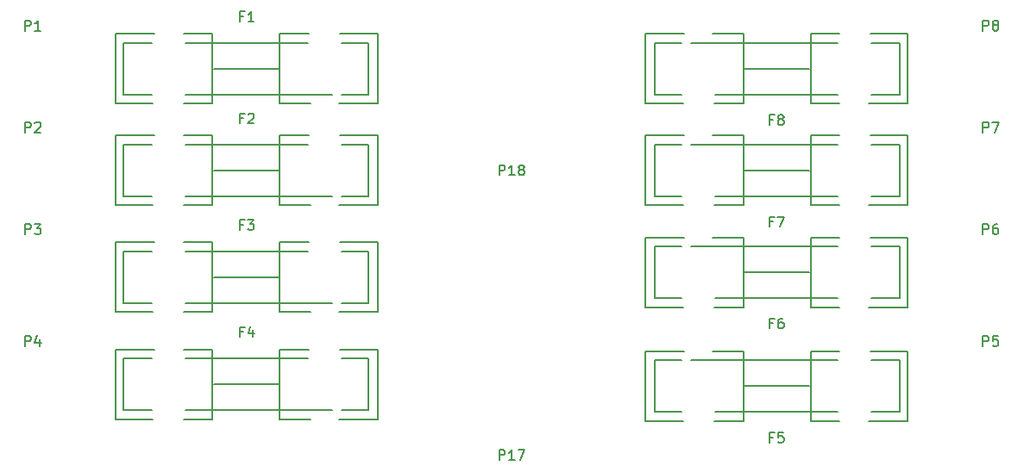
<source format=gbr>
G04 #@! TF.FileFunction,Legend,Top*
%FSLAX46Y46*%
G04 Gerber Fmt 4.6, Leading zero omitted, Abs format (unit mm)*
G04 Created by KiCad (PCBNEW 4.0.6-e0-6349~53~ubuntu16.04.1) date Sun Aug 13 20:05:00 2017*
%MOMM*%
%LPD*%
G01*
G04 APERTURE LIST*
%ADD10C,0.100000*%
%ADD11C,0.150000*%
G04 APERTURE END LIST*
D10*
D11*
X80251200Y-125000000D02*
X73748800Y-125000000D01*
X89867640Y-128429000D02*
X86057640Y-128429000D01*
X80215640Y-128429000D02*
X83263640Y-128429000D01*
X82715000Y-127540000D02*
X85382000Y-127540000D01*
X88978640Y-127540000D02*
X86311640Y-127540000D01*
X80215640Y-122460000D02*
X83009640Y-122460000D01*
X88976100Y-122460000D02*
X86309100Y-122460000D01*
X89867640Y-121571000D02*
X86184640Y-121571000D01*
X80215640Y-121571000D02*
X83136640Y-121571000D01*
X64132360Y-128429000D02*
X67815360Y-128429000D01*
X73657360Y-128429000D02*
X70863360Y-128429000D01*
X71117360Y-127540000D02*
X70990360Y-127540000D01*
X71117360Y-127540000D02*
X73657360Y-127540000D01*
X64894360Y-127540000D02*
X67688360Y-127540000D01*
X64132360Y-121571000D02*
X67942360Y-121571000D01*
X73657360Y-121571000D02*
X70863360Y-121571000D01*
X73657360Y-122460000D02*
X70990360Y-122460000D01*
X64894360Y-122460000D02*
X67688360Y-122460000D01*
X89867640Y-121571000D02*
X89867640Y-128429000D01*
X80215640Y-128429000D02*
X80215640Y-127540000D01*
X80215640Y-121571000D02*
X80215640Y-122460000D01*
X64132360Y-121571000D02*
X64132360Y-128429000D01*
X73657360Y-128429000D02*
X73657360Y-127540000D01*
X73657360Y-121571000D02*
X73657360Y-122587000D01*
X82715000Y-127540000D02*
X71031000Y-127540000D01*
X71158000Y-122460000D02*
X82715000Y-122460000D01*
X73657360Y-125000000D02*
X73657360Y-122460000D01*
X64896900Y-122460000D02*
X64896900Y-127540000D01*
X73657360Y-127540000D02*
X73657360Y-125000000D01*
X80215640Y-125000000D02*
X80215640Y-122460000D01*
X88976100Y-122460000D02*
X88976100Y-127540000D01*
X80215640Y-127540000D02*
X80215640Y-125000000D01*
X80251200Y-135000000D02*
X73748800Y-135000000D01*
X89867640Y-138429000D02*
X86057640Y-138429000D01*
X80215640Y-138429000D02*
X83263640Y-138429000D01*
X82715000Y-137540000D02*
X85382000Y-137540000D01*
X88978640Y-137540000D02*
X86311640Y-137540000D01*
X80215640Y-132460000D02*
X83009640Y-132460000D01*
X88976100Y-132460000D02*
X86309100Y-132460000D01*
X89867640Y-131571000D02*
X86184640Y-131571000D01*
X80215640Y-131571000D02*
X83136640Y-131571000D01*
X64132360Y-138429000D02*
X67815360Y-138429000D01*
X73657360Y-138429000D02*
X70863360Y-138429000D01*
X71117360Y-137540000D02*
X70990360Y-137540000D01*
X71117360Y-137540000D02*
X73657360Y-137540000D01*
X64894360Y-137540000D02*
X67688360Y-137540000D01*
X64132360Y-131571000D02*
X67942360Y-131571000D01*
X73657360Y-131571000D02*
X70863360Y-131571000D01*
X73657360Y-132460000D02*
X70990360Y-132460000D01*
X64894360Y-132460000D02*
X67688360Y-132460000D01*
X89867640Y-131571000D02*
X89867640Y-138429000D01*
X80215640Y-138429000D02*
X80215640Y-137540000D01*
X80215640Y-131571000D02*
X80215640Y-132460000D01*
X64132360Y-131571000D02*
X64132360Y-138429000D01*
X73657360Y-138429000D02*
X73657360Y-137540000D01*
X73657360Y-131571000D02*
X73657360Y-132587000D01*
X82715000Y-137540000D02*
X71031000Y-137540000D01*
X71158000Y-132460000D02*
X82715000Y-132460000D01*
X73657360Y-135000000D02*
X73657360Y-132460000D01*
X64896900Y-132460000D02*
X64896900Y-137540000D01*
X73657360Y-137540000D02*
X73657360Y-135000000D01*
X80215640Y-135000000D02*
X80215640Y-132460000D01*
X88976100Y-132460000D02*
X88976100Y-137540000D01*
X80215640Y-137540000D02*
X80215640Y-135000000D01*
X80251200Y-145460000D02*
X73748800Y-145460000D01*
X89867640Y-148889000D02*
X86057640Y-148889000D01*
X80215640Y-148889000D02*
X83263640Y-148889000D01*
X82715000Y-148000000D02*
X85382000Y-148000000D01*
X88978640Y-148000000D02*
X86311640Y-148000000D01*
X80215640Y-142920000D02*
X83009640Y-142920000D01*
X88976100Y-142920000D02*
X86309100Y-142920000D01*
X89867640Y-142031000D02*
X86184640Y-142031000D01*
X80215640Y-142031000D02*
X83136640Y-142031000D01*
X64132360Y-148889000D02*
X67815360Y-148889000D01*
X73657360Y-148889000D02*
X70863360Y-148889000D01*
X71117360Y-148000000D02*
X70990360Y-148000000D01*
X71117360Y-148000000D02*
X73657360Y-148000000D01*
X64894360Y-148000000D02*
X67688360Y-148000000D01*
X64132360Y-142031000D02*
X67942360Y-142031000D01*
X73657360Y-142031000D02*
X70863360Y-142031000D01*
X73657360Y-142920000D02*
X70990360Y-142920000D01*
X64894360Y-142920000D02*
X67688360Y-142920000D01*
X89867640Y-142031000D02*
X89867640Y-148889000D01*
X80215640Y-148889000D02*
X80215640Y-148000000D01*
X80215640Y-142031000D02*
X80215640Y-142920000D01*
X64132360Y-142031000D02*
X64132360Y-148889000D01*
X73657360Y-148889000D02*
X73657360Y-148000000D01*
X73657360Y-142031000D02*
X73657360Y-143047000D01*
X82715000Y-148000000D02*
X71031000Y-148000000D01*
X71158000Y-142920000D02*
X82715000Y-142920000D01*
X73657360Y-145460000D02*
X73657360Y-142920000D01*
X64896900Y-142920000D02*
X64896900Y-148000000D01*
X73657360Y-148000000D02*
X73657360Y-145460000D01*
X80215640Y-145460000D02*
X80215640Y-142920000D01*
X88976100Y-142920000D02*
X88976100Y-148000000D01*
X80215640Y-148000000D02*
X80215640Y-145460000D01*
X80251200Y-156000000D02*
X73748800Y-156000000D01*
X89867640Y-159429000D02*
X86057640Y-159429000D01*
X80215640Y-159429000D02*
X83263640Y-159429000D01*
X82715000Y-158540000D02*
X85382000Y-158540000D01*
X88978640Y-158540000D02*
X86311640Y-158540000D01*
X80215640Y-153460000D02*
X83009640Y-153460000D01*
X88976100Y-153460000D02*
X86309100Y-153460000D01*
X89867640Y-152571000D02*
X86184640Y-152571000D01*
X80215640Y-152571000D02*
X83136640Y-152571000D01*
X64132360Y-159429000D02*
X67815360Y-159429000D01*
X73657360Y-159429000D02*
X70863360Y-159429000D01*
X71117360Y-158540000D02*
X70990360Y-158540000D01*
X71117360Y-158540000D02*
X73657360Y-158540000D01*
X64894360Y-158540000D02*
X67688360Y-158540000D01*
X64132360Y-152571000D02*
X67942360Y-152571000D01*
X73657360Y-152571000D02*
X70863360Y-152571000D01*
X73657360Y-153460000D02*
X70990360Y-153460000D01*
X64894360Y-153460000D02*
X67688360Y-153460000D01*
X89867640Y-152571000D02*
X89867640Y-159429000D01*
X80215640Y-159429000D02*
X80215640Y-158540000D01*
X80215640Y-152571000D02*
X80215640Y-153460000D01*
X64132360Y-152571000D02*
X64132360Y-159429000D01*
X73657360Y-159429000D02*
X73657360Y-158540000D01*
X73657360Y-152571000D02*
X73657360Y-153587000D01*
X82715000Y-158540000D02*
X71031000Y-158540000D01*
X71158000Y-153460000D02*
X82715000Y-153460000D01*
X73657360Y-156000000D02*
X73657360Y-153460000D01*
X64896900Y-153460000D02*
X64896900Y-158540000D01*
X73657360Y-158540000D02*
X73657360Y-156000000D01*
X80215640Y-156000000D02*
X80215640Y-153460000D01*
X88976100Y-153460000D02*
X88976100Y-158540000D01*
X80215640Y-158540000D02*
X80215640Y-156000000D01*
X125748800Y-156197300D02*
X132251200Y-156197300D01*
X116132360Y-152768300D02*
X119942360Y-152768300D01*
X125784360Y-152768300D02*
X122736360Y-152768300D01*
X123285000Y-153657300D02*
X120618000Y-153657300D01*
X117021360Y-153657300D02*
X119688360Y-153657300D01*
X125784360Y-158737300D02*
X122990360Y-158737300D01*
X117023900Y-158737300D02*
X119690900Y-158737300D01*
X116132360Y-159626300D02*
X119815360Y-159626300D01*
X125784360Y-159626300D02*
X122863360Y-159626300D01*
X141867640Y-152768300D02*
X138184640Y-152768300D01*
X132342640Y-152768300D02*
X135136640Y-152768300D01*
X134882640Y-153657300D02*
X135009640Y-153657300D01*
X134882640Y-153657300D02*
X132342640Y-153657300D01*
X141105640Y-153657300D02*
X138311640Y-153657300D01*
X141867640Y-159626300D02*
X138057640Y-159626300D01*
X132342640Y-159626300D02*
X135136640Y-159626300D01*
X132342640Y-158737300D02*
X135009640Y-158737300D01*
X141105640Y-158737300D02*
X138311640Y-158737300D01*
X116132360Y-159626300D02*
X116132360Y-152768300D01*
X125784360Y-152768300D02*
X125784360Y-153657300D01*
X125784360Y-159626300D02*
X125784360Y-158737300D01*
X141867640Y-159626300D02*
X141867640Y-152768300D01*
X132342640Y-152768300D02*
X132342640Y-153657300D01*
X132342640Y-159626300D02*
X132342640Y-158610300D01*
X123285000Y-153657300D02*
X134969000Y-153657300D01*
X134842000Y-158737300D02*
X123285000Y-158737300D01*
X132342640Y-156197300D02*
X132342640Y-158737300D01*
X141103100Y-158737300D02*
X141103100Y-153657300D01*
X132342640Y-153657300D02*
X132342640Y-156197300D01*
X125784360Y-156197300D02*
X125784360Y-158737300D01*
X117023900Y-158737300D02*
X117023900Y-153657300D01*
X125784360Y-153657300D02*
X125784360Y-156197300D01*
X125748800Y-145000000D02*
X132251200Y-145000000D01*
X116132360Y-141571000D02*
X119942360Y-141571000D01*
X125784360Y-141571000D02*
X122736360Y-141571000D01*
X123285000Y-142460000D02*
X120618000Y-142460000D01*
X117021360Y-142460000D02*
X119688360Y-142460000D01*
X125784360Y-147540000D02*
X122990360Y-147540000D01*
X117023900Y-147540000D02*
X119690900Y-147540000D01*
X116132360Y-148429000D02*
X119815360Y-148429000D01*
X125784360Y-148429000D02*
X122863360Y-148429000D01*
X141867640Y-141571000D02*
X138184640Y-141571000D01*
X132342640Y-141571000D02*
X135136640Y-141571000D01*
X134882640Y-142460000D02*
X135009640Y-142460000D01*
X134882640Y-142460000D02*
X132342640Y-142460000D01*
X141105640Y-142460000D02*
X138311640Y-142460000D01*
X141867640Y-148429000D02*
X138057640Y-148429000D01*
X132342640Y-148429000D02*
X135136640Y-148429000D01*
X132342640Y-147540000D02*
X135009640Y-147540000D01*
X141105640Y-147540000D02*
X138311640Y-147540000D01*
X116132360Y-148429000D02*
X116132360Y-141571000D01*
X125784360Y-141571000D02*
X125784360Y-142460000D01*
X125784360Y-148429000D02*
X125784360Y-147540000D01*
X141867640Y-148429000D02*
X141867640Y-141571000D01*
X132342640Y-141571000D02*
X132342640Y-142460000D01*
X132342640Y-148429000D02*
X132342640Y-147413000D01*
X123285000Y-142460000D02*
X134969000Y-142460000D01*
X134842000Y-147540000D02*
X123285000Y-147540000D01*
X132342640Y-145000000D02*
X132342640Y-147540000D01*
X141103100Y-147540000D02*
X141103100Y-142460000D01*
X132342640Y-142460000D02*
X132342640Y-145000000D01*
X125784360Y-145000000D02*
X125784360Y-147540000D01*
X117023900Y-147540000D02*
X117023900Y-142460000D01*
X125784360Y-142460000D02*
X125784360Y-145000000D01*
X125748800Y-135000000D02*
X132251200Y-135000000D01*
X116132360Y-131571000D02*
X119942360Y-131571000D01*
X125784360Y-131571000D02*
X122736360Y-131571000D01*
X123285000Y-132460000D02*
X120618000Y-132460000D01*
X117021360Y-132460000D02*
X119688360Y-132460000D01*
X125784360Y-137540000D02*
X122990360Y-137540000D01*
X117023900Y-137540000D02*
X119690900Y-137540000D01*
X116132360Y-138429000D02*
X119815360Y-138429000D01*
X125784360Y-138429000D02*
X122863360Y-138429000D01*
X141867640Y-131571000D02*
X138184640Y-131571000D01*
X132342640Y-131571000D02*
X135136640Y-131571000D01*
X134882640Y-132460000D02*
X135009640Y-132460000D01*
X134882640Y-132460000D02*
X132342640Y-132460000D01*
X141105640Y-132460000D02*
X138311640Y-132460000D01*
X141867640Y-138429000D02*
X138057640Y-138429000D01*
X132342640Y-138429000D02*
X135136640Y-138429000D01*
X132342640Y-137540000D02*
X135009640Y-137540000D01*
X141105640Y-137540000D02*
X138311640Y-137540000D01*
X116132360Y-138429000D02*
X116132360Y-131571000D01*
X125784360Y-131571000D02*
X125784360Y-132460000D01*
X125784360Y-138429000D02*
X125784360Y-137540000D01*
X141867640Y-138429000D02*
X141867640Y-131571000D01*
X132342640Y-131571000D02*
X132342640Y-132460000D01*
X132342640Y-138429000D02*
X132342640Y-137413000D01*
X123285000Y-132460000D02*
X134969000Y-132460000D01*
X134842000Y-137540000D02*
X123285000Y-137540000D01*
X132342640Y-135000000D02*
X132342640Y-137540000D01*
X141103100Y-137540000D02*
X141103100Y-132460000D01*
X132342640Y-132460000D02*
X132342640Y-135000000D01*
X125784360Y-135000000D02*
X125784360Y-137540000D01*
X117023900Y-137540000D02*
X117023900Y-132460000D01*
X125784360Y-132460000D02*
X125784360Y-135000000D01*
X125748800Y-125000000D02*
X132251200Y-125000000D01*
X116132360Y-121571000D02*
X119942360Y-121571000D01*
X125784360Y-121571000D02*
X122736360Y-121571000D01*
X123285000Y-122460000D02*
X120618000Y-122460000D01*
X117021360Y-122460000D02*
X119688360Y-122460000D01*
X125784360Y-127540000D02*
X122990360Y-127540000D01*
X117023900Y-127540000D02*
X119690900Y-127540000D01*
X116132360Y-128429000D02*
X119815360Y-128429000D01*
X125784360Y-128429000D02*
X122863360Y-128429000D01*
X141867640Y-121571000D02*
X138184640Y-121571000D01*
X132342640Y-121571000D02*
X135136640Y-121571000D01*
X134882640Y-122460000D02*
X135009640Y-122460000D01*
X134882640Y-122460000D02*
X132342640Y-122460000D01*
X141105640Y-122460000D02*
X138311640Y-122460000D01*
X141867640Y-128429000D02*
X138057640Y-128429000D01*
X132342640Y-128429000D02*
X135136640Y-128429000D01*
X132342640Y-127540000D02*
X135009640Y-127540000D01*
X141105640Y-127540000D02*
X138311640Y-127540000D01*
X116132360Y-128429000D02*
X116132360Y-121571000D01*
X125784360Y-121571000D02*
X125784360Y-122460000D01*
X125784360Y-128429000D02*
X125784360Y-127540000D01*
X141867640Y-128429000D02*
X141867640Y-121571000D01*
X132342640Y-121571000D02*
X132342640Y-122460000D01*
X132342640Y-128429000D02*
X132342640Y-127413000D01*
X123285000Y-122460000D02*
X134969000Y-122460000D01*
X134842000Y-127540000D02*
X123285000Y-127540000D01*
X132342640Y-125000000D02*
X132342640Y-127540000D01*
X141103100Y-127540000D02*
X141103100Y-122460000D01*
X132342640Y-122460000D02*
X132342640Y-125000000D01*
X125784360Y-125000000D02*
X125784360Y-127540000D01*
X117023900Y-127540000D02*
X117023900Y-122460000D01*
X125784360Y-122460000D02*
X125784360Y-125000000D01*
X76666667Y-119848571D02*
X76333333Y-119848571D01*
X76333333Y-120372381D02*
X76333333Y-119372381D01*
X76809524Y-119372381D01*
X77714286Y-120372381D02*
X77142857Y-120372381D01*
X77428571Y-120372381D02*
X77428571Y-119372381D01*
X77333333Y-119515238D01*
X77238095Y-119610476D01*
X77142857Y-119658095D01*
X76666667Y-129848571D02*
X76333333Y-129848571D01*
X76333333Y-130372381D02*
X76333333Y-129372381D01*
X76809524Y-129372381D01*
X77142857Y-129467619D02*
X77190476Y-129420000D01*
X77285714Y-129372381D01*
X77523810Y-129372381D01*
X77619048Y-129420000D01*
X77666667Y-129467619D01*
X77714286Y-129562857D01*
X77714286Y-129658095D01*
X77666667Y-129800952D01*
X77095238Y-130372381D01*
X77714286Y-130372381D01*
X76666667Y-140308571D02*
X76333333Y-140308571D01*
X76333333Y-140832381D02*
X76333333Y-139832381D01*
X76809524Y-139832381D01*
X77095238Y-139832381D02*
X77714286Y-139832381D01*
X77380952Y-140213333D01*
X77523810Y-140213333D01*
X77619048Y-140260952D01*
X77666667Y-140308571D01*
X77714286Y-140403810D01*
X77714286Y-140641905D01*
X77666667Y-140737143D01*
X77619048Y-140784762D01*
X77523810Y-140832381D01*
X77238095Y-140832381D01*
X77142857Y-140784762D01*
X77095238Y-140737143D01*
X76666667Y-150848571D02*
X76333333Y-150848571D01*
X76333333Y-151372381D02*
X76333333Y-150372381D01*
X76809524Y-150372381D01*
X77619048Y-150705714D02*
X77619048Y-151372381D01*
X77380952Y-150324762D02*
X77142857Y-151039048D01*
X77761905Y-151039048D01*
X128666667Y-161205871D02*
X128333333Y-161205871D01*
X128333333Y-161729681D02*
X128333333Y-160729681D01*
X128809524Y-160729681D01*
X129666667Y-160729681D02*
X129190476Y-160729681D01*
X129142857Y-161205871D01*
X129190476Y-161158252D01*
X129285714Y-161110633D01*
X129523810Y-161110633D01*
X129619048Y-161158252D01*
X129666667Y-161205871D01*
X129714286Y-161301110D01*
X129714286Y-161539205D01*
X129666667Y-161634443D01*
X129619048Y-161682062D01*
X129523810Y-161729681D01*
X129285714Y-161729681D01*
X129190476Y-161682062D01*
X129142857Y-161634443D01*
X128666667Y-150008571D02*
X128333333Y-150008571D01*
X128333333Y-150532381D02*
X128333333Y-149532381D01*
X128809524Y-149532381D01*
X129619048Y-149532381D02*
X129428571Y-149532381D01*
X129333333Y-149580000D01*
X129285714Y-149627619D01*
X129190476Y-149770476D01*
X129142857Y-149960952D01*
X129142857Y-150341905D01*
X129190476Y-150437143D01*
X129238095Y-150484762D01*
X129333333Y-150532381D01*
X129523810Y-150532381D01*
X129619048Y-150484762D01*
X129666667Y-150437143D01*
X129714286Y-150341905D01*
X129714286Y-150103810D01*
X129666667Y-150008571D01*
X129619048Y-149960952D01*
X129523810Y-149913333D01*
X129333333Y-149913333D01*
X129238095Y-149960952D01*
X129190476Y-150008571D01*
X129142857Y-150103810D01*
X128666667Y-140008571D02*
X128333333Y-140008571D01*
X128333333Y-140532381D02*
X128333333Y-139532381D01*
X128809524Y-139532381D01*
X129095238Y-139532381D02*
X129761905Y-139532381D01*
X129333333Y-140532381D01*
X128666667Y-130008571D02*
X128333333Y-130008571D01*
X128333333Y-130532381D02*
X128333333Y-129532381D01*
X128809524Y-129532381D01*
X129333333Y-129960952D02*
X129238095Y-129913333D01*
X129190476Y-129865714D01*
X129142857Y-129770476D01*
X129142857Y-129722857D01*
X129190476Y-129627619D01*
X129238095Y-129580000D01*
X129333333Y-129532381D01*
X129523810Y-129532381D01*
X129619048Y-129580000D01*
X129666667Y-129627619D01*
X129714286Y-129722857D01*
X129714286Y-129770476D01*
X129666667Y-129865714D01*
X129619048Y-129913333D01*
X129523810Y-129960952D01*
X129333333Y-129960952D01*
X129238095Y-130008571D01*
X129190476Y-130056190D01*
X129142857Y-130151429D01*
X129142857Y-130341905D01*
X129190476Y-130437143D01*
X129238095Y-130484762D01*
X129333333Y-130532381D01*
X129523810Y-130532381D01*
X129619048Y-130484762D01*
X129666667Y-130437143D01*
X129714286Y-130341905D01*
X129714286Y-130151429D01*
X129666667Y-130056190D01*
X129619048Y-130008571D01*
X129523810Y-129960952D01*
X55261905Y-121252381D02*
X55261905Y-120252381D01*
X55642858Y-120252381D01*
X55738096Y-120300000D01*
X55785715Y-120347619D01*
X55833334Y-120442857D01*
X55833334Y-120585714D01*
X55785715Y-120680952D01*
X55738096Y-120728571D01*
X55642858Y-120776190D01*
X55261905Y-120776190D01*
X56785715Y-121252381D02*
X56214286Y-121252381D01*
X56500000Y-121252381D02*
X56500000Y-120252381D01*
X56404762Y-120395238D01*
X56309524Y-120490476D01*
X56214286Y-120538095D01*
X55261905Y-131252381D02*
X55261905Y-130252381D01*
X55642858Y-130252381D01*
X55738096Y-130300000D01*
X55785715Y-130347619D01*
X55833334Y-130442857D01*
X55833334Y-130585714D01*
X55785715Y-130680952D01*
X55738096Y-130728571D01*
X55642858Y-130776190D01*
X55261905Y-130776190D01*
X56214286Y-130347619D02*
X56261905Y-130300000D01*
X56357143Y-130252381D01*
X56595239Y-130252381D01*
X56690477Y-130300000D01*
X56738096Y-130347619D01*
X56785715Y-130442857D01*
X56785715Y-130538095D01*
X56738096Y-130680952D01*
X56166667Y-131252381D01*
X56785715Y-131252381D01*
X55261905Y-141252381D02*
X55261905Y-140252381D01*
X55642858Y-140252381D01*
X55738096Y-140300000D01*
X55785715Y-140347619D01*
X55833334Y-140442857D01*
X55833334Y-140585714D01*
X55785715Y-140680952D01*
X55738096Y-140728571D01*
X55642858Y-140776190D01*
X55261905Y-140776190D01*
X56166667Y-140252381D02*
X56785715Y-140252381D01*
X56452381Y-140633333D01*
X56595239Y-140633333D01*
X56690477Y-140680952D01*
X56738096Y-140728571D01*
X56785715Y-140823810D01*
X56785715Y-141061905D01*
X56738096Y-141157143D01*
X56690477Y-141204762D01*
X56595239Y-141252381D01*
X56309524Y-141252381D01*
X56214286Y-141204762D01*
X56166667Y-141157143D01*
X55261905Y-152252381D02*
X55261905Y-151252381D01*
X55642858Y-151252381D01*
X55738096Y-151300000D01*
X55785715Y-151347619D01*
X55833334Y-151442857D01*
X55833334Y-151585714D01*
X55785715Y-151680952D01*
X55738096Y-151728571D01*
X55642858Y-151776190D01*
X55261905Y-151776190D01*
X56690477Y-151585714D02*
X56690477Y-152252381D01*
X56452381Y-151204762D02*
X56214286Y-151919048D01*
X56833334Y-151919048D01*
X149261905Y-152252381D02*
X149261905Y-151252381D01*
X149642858Y-151252381D01*
X149738096Y-151300000D01*
X149785715Y-151347619D01*
X149833334Y-151442857D01*
X149833334Y-151585714D01*
X149785715Y-151680952D01*
X149738096Y-151728571D01*
X149642858Y-151776190D01*
X149261905Y-151776190D01*
X150738096Y-151252381D02*
X150261905Y-151252381D01*
X150214286Y-151728571D01*
X150261905Y-151680952D01*
X150357143Y-151633333D01*
X150595239Y-151633333D01*
X150690477Y-151680952D01*
X150738096Y-151728571D01*
X150785715Y-151823810D01*
X150785715Y-152061905D01*
X150738096Y-152157143D01*
X150690477Y-152204762D01*
X150595239Y-152252381D01*
X150357143Y-152252381D01*
X150261905Y-152204762D01*
X150214286Y-152157143D01*
X149261905Y-141252381D02*
X149261905Y-140252381D01*
X149642858Y-140252381D01*
X149738096Y-140300000D01*
X149785715Y-140347619D01*
X149833334Y-140442857D01*
X149833334Y-140585714D01*
X149785715Y-140680952D01*
X149738096Y-140728571D01*
X149642858Y-140776190D01*
X149261905Y-140776190D01*
X150690477Y-140252381D02*
X150500000Y-140252381D01*
X150404762Y-140300000D01*
X150357143Y-140347619D01*
X150261905Y-140490476D01*
X150214286Y-140680952D01*
X150214286Y-141061905D01*
X150261905Y-141157143D01*
X150309524Y-141204762D01*
X150404762Y-141252381D01*
X150595239Y-141252381D01*
X150690477Y-141204762D01*
X150738096Y-141157143D01*
X150785715Y-141061905D01*
X150785715Y-140823810D01*
X150738096Y-140728571D01*
X150690477Y-140680952D01*
X150595239Y-140633333D01*
X150404762Y-140633333D01*
X150309524Y-140680952D01*
X150261905Y-140728571D01*
X150214286Y-140823810D01*
X149261905Y-131252381D02*
X149261905Y-130252381D01*
X149642858Y-130252381D01*
X149738096Y-130300000D01*
X149785715Y-130347619D01*
X149833334Y-130442857D01*
X149833334Y-130585714D01*
X149785715Y-130680952D01*
X149738096Y-130728571D01*
X149642858Y-130776190D01*
X149261905Y-130776190D01*
X150166667Y-130252381D02*
X150833334Y-130252381D01*
X150404762Y-131252381D01*
X149261905Y-121252381D02*
X149261905Y-120252381D01*
X149642858Y-120252381D01*
X149738096Y-120300000D01*
X149785715Y-120347619D01*
X149833334Y-120442857D01*
X149833334Y-120585714D01*
X149785715Y-120680952D01*
X149738096Y-120728571D01*
X149642858Y-120776190D01*
X149261905Y-120776190D01*
X150404762Y-120680952D02*
X150309524Y-120633333D01*
X150261905Y-120585714D01*
X150214286Y-120490476D01*
X150214286Y-120442857D01*
X150261905Y-120347619D01*
X150309524Y-120300000D01*
X150404762Y-120252381D01*
X150595239Y-120252381D01*
X150690477Y-120300000D01*
X150738096Y-120347619D01*
X150785715Y-120442857D01*
X150785715Y-120490476D01*
X150738096Y-120585714D01*
X150690477Y-120633333D01*
X150595239Y-120680952D01*
X150404762Y-120680952D01*
X150309524Y-120728571D01*
X150261905Y-120776190D01*
X150214286Y-120871429D01*
X150214286Y-121061905D01*
X150261905Y-121157143D01*
X150309524Y-121204762D01*
X150404762Y-121252381D01*
X150595239Y-121252381D01*
X150690477Y-121204762D01*
X150738096Y-121157143D01*
X150785715Y-121061905D01*
X150785715Y-120871429D01*
X150738096Y-120776190D01*
X150690477Y-120728571D01*
X150595239Y-120680952D01*
X101785714Y-163452381D02*
X101785714Y-162452381D01*
X102166667Y-162452381D01*
X102261905Y-162500000D01*
X102309524Y-162547619D01*
X102357143Y-162642857D01*
X102357143Y-162785714D01*
X102309524Y-162880952D01*
X102261905Y-162928571D01*
X102166667Y-162976190D01*
X101785714Y-162976190D01*
X103309524Y-163452381D02*
X102738095Y-163452381D01*
X103023809Y-163452381D02*
X103023809Y-162452381D01*
X102928571Y-162595238D01*
X102833333Y-162690476D01*
X102738095Y-162738095D01*
X103642857Y-162452381D02*
X104309524Y-162452381D01*
X103880952Y-163452381D01*
X101785714Y-135452381D02*
X101785714Y-134452381D01*
X102166667Y-134452381D01*
X102261905Y-134500000D01*
X102309524Y-134547619D01*
X102357143Y-134642857D01*
X102357143Y-134785714D01*
X102309524Y-134880952D01*
X102261905Y-134928571D01*
X102166667Y-134976190D01*
X101785714Y-134976190D01*
X103309524Y-135452381D02*
X102738095Y-135452381D01*
X103023809Y-135452381D02*
X103023809Y-134452381D01*
X102928571Y-134595238D01*
X102833333Y-134690476D01*
X102738095Y-134738095D01*
X103880952Y-134880952D02*
X103785714Y-134833333D01*
X103738095Y-134785714D01*
X103690476Y-134690476D01*
X103690476Y-134642857D01*
X103738095Y-134547619D01*
X103785714Y-134500000D01*
X103880952Y-134452381D01*
X104071429Y-134452381D01*
X104166667Y-134500000D01*
X104214286Y-134547619D01*
X104261905Y-134642857D01*
X104261905Y-134690476D01*
X104214286Y-134785714D01*
X104166667Y-134833333D01*
X104071429Y-134880952D01*
X103880952Y-134880952D01*
X103785714Y-134928571D01*
X103738095Y-134976190D01*
X103690476Y-135071429D01*
X103690476Y-135261905D01*
X103738095Y-135357143D01*
X103785714Y-135404762D01*
X103880952Y-135452381D01*
X104071429Y-135452381D01*
X104166667Y-135404762D01*
X104214286Y-135357143D01*
X104261905Y-135261905D01*
X104261905Y-135071429D01*
X104214286Y-134976190D01*
X104166667Y-134928571D01*
X104071429Y-134880952D01*
M02*

</source>
